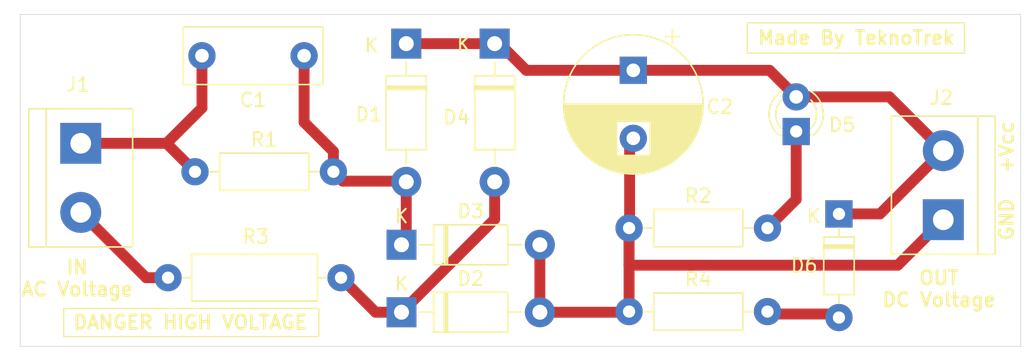
<source format=kicad_pcb>
(kicad_pcb (version 20240108) (generator "pcbnew") (generator_version "8.0")
  (layers (0 "F.Cu" signal) (31 "B.Cu" signal) (34 "B.Paste" user) (35 "F.Paste" user) (36 "B.SilkS" user "B.Silkscreen") (37 "F.SilkS" user "F.Silkscreen") (38 "B.Mask" user) (39 "F.Mask" user) (44 "Edge.Cuts" user))
  (net 0 "")
  (net 1 "Net-(D1-A)")
  (net 2 "Net-(D1-K)")
  (net 3 "Net-(D2-K)")
  (net 4 "Net-(D2-A)")
  (net 5 "Net-(D5-K)")
  (net 6 "Net-(J1-Pin_1)")
  (net 7 "Net-(D6-A)")
  (net 8 "Net-(J1-Pin_2)")
  (footprint "Resistor_THT:R_Axial_DIN0309_L9.0mm_D3.2mm_P12.70mm_Horizontal" (layer "F.Cu") (at 127.17 98.5 180)
    (property "Reference" "R3" (at 6.26 3.02 180) (layer "F.SilkS"))
    (property "Value" "100R")
    (fp_line (start 11.66 0) (end 10.97 0) (stroke (width 0.12)) (layer "F.SilkS"))
    (fp_line (start 10.97 1.72) (end 10.97 -1.72) (stroke (width 0.12)) (layer "F.SilkS"))
    (fp_line (start 10.97 -1.72) (end 1.73 -1.72) (stroke (width 0.12)) (layer "F.SilkS"))
    (fp_line (start 1.73 1.72) (end 10.97 1.72) (stroke (width 0.12)) (layer "F.SilkS"))
    (fp_line (start 1.73 -1.72) (end 1.73 1.72) (stroke (width 0.12)) (layer "F.SilkS"))
    (fp_line (start 1.04 0) (end 1.73 0) (stroke (width 0.12)) (layer "F.SilkS"))
    (pad "1" thru_hole circle (at 0 0 180) (size 2 2) (drill 0.9) (layers "*.Cu" "*.Mask") (net 3 "Net-(D2-K)"))
    (pad "2" thru_hole circle (at 12.7 0 180) (size 2 2) (drill 0.9) (layers "*.Cu" "*.Mask") (net 8 "Net-(J1-Pin_2)"))
  )
  (footprint "Diode_THT:D_DO-41_SOD81_P10.16mm_Horizontal" (layer "F.Cu") (at 131.61 101.04)
    (property "Reference" "D2" (at 5.08 -2.47 0) (layer "F.SilkS"))
    (property "Value" "1N4007")
    (fp_line (start 1.34 0) (end 2.36 0) (stroke (width 0.12)) (layer "F.SilkS"))
    (fp_line (start 2.36 -1.47) (end 2.36 1.47) (stroke (width 0.12)) (layer "F.SilkS"))
    (fp_line (start 2.36 1.47) (end 7.8 1.47) (stroke (width 0.12)) (layer "F.SilkS"))
    (fp_line (start 3.14 -1.47) (end 3.14 1.47) (stroke (width 0.12)) (layer "F.SilkS"))
    (fp_line (start 3.26 -1.47) (end 3.26 1.47) (stroke (width 0.12)) (layer "F.SilkS"))
    (fp_line (start 3.38 -1.47) (end 3.38 1.47) (stroke (width 0.12)) (layer "F.SilkS"))
    (fp_line (start 7.8 -1.47) (end 2.36 -1.47) (stroke (width 0.12)) (layer "F.SilkS"))
    (fp_line (start 7.8 1.47) (end 7.8 -1.47) (stroke (width 0.12)) (layer "F.SilkS"))
    (fp_line (start 8.82 0) (end 7.8 0) (stroke (width 0.12)) (layer "F.SilkS"))
    (fp_text user "K" (at 0 -2.1 0) (layer "F.SilkS"))
    (pad "1" thru_hole rect (at 0 0) (size 2.2 2.2) (drill 1.1) (layers "*.Cu" "*.Mask") (net 3 "Net-(D2-K)"))
    (pad "2" thru_hole oval (at 10.16 0) (size 2.2 2.2) (drill 1.1) (layers "*.Cu" "*.Mask") (net 4 "Net-(D2-A)"))
  )
  (footprint "TerminalBlock:TerminalBlock_bornier-2_P5.08mm" (layer "F.Cu") (at 108.06 88.62 -90)
    (property "Reference" "J1" (at -4.33 0.2 180) (layer "F.SilkS"))
    (property "Value" "AC Voltage")
    (fp_line (start -2.54 3.81) (end 7.62 3.81) (stroke (width 0.12)) (layer "F.SilkS"))
    (fp_line (start 7.62 3.81) (end 7.62 -3.81) (stroke (width 0.12)) (layer "F.SilkS"))
    (fp_line (start 7.62 2.54) (end -2.54 2.54) (stroke (width 0.12)) (layer "F.SilkS"))
    (fp_line (start -2.54 -3.81) (end -2.54 3.81) (stroke (width 0.12)) (layer "F.SilkS"))
    (fp_line (start 7.62 -3.81) (end -2.54 -3.81) (stroke (width 0.12)) (layer "F.SilkS"))
    (pad "1" thru_hole rect (at 0 0 270) (size 3 3) (drill 1.52) (layers "*.Cu" "*.Mask") (net 6 "Net-(J1-Pin_1)"))
    (pad "2" thru_hole circle (at 5.08 0 270) (size 3 3) (drill 1.52) (layers "*.Cu" "*.Mask") (net 8 "Net-(J1-Pin_2)"))
  )
  (footprint "LED_THT:LED_D3.0mm" (layer "F.Cu") (at 160.59 87.745 90)
    (property "Reference" "D5" (at 0.475 3.37 180) (layer "F.SilkS"))
    (property "Value" "LED")
    (fp_line (start -0.29 -1.236) (end -0.29 -1.08) (stroke (width 0.12)) (layer "F.SilkS"))
    (fp_line (start -0.29 1.08) (end -0.29 1.236) (stroke (width 0.12)) (layer "F.SilkS"))
    (fp_arc (start -0.29 -1.235516) (mid 1.366487 -1.987659) (end 2.942335 -1.078608) (stroke (width 0.12)) (layer "F.SilkS"))
    (fp_arc (start 0.229039 -1.08) (mid 1.270117 -1.5) (end 2.31113 -1.079837) (stroke (width 0.12)) (layer "F.SilkS"))
    (fp_arc (start 2.942335 1.078608) (mid 1.366487 1.987659) (end -0.29 1.235516) (stroke (width 0.12)) (layer "F.SilkS"))
    (fp_arc (start 2.31113 1.079837) (mid 1.270117 1.5) (end 0.229039 1.08) (stroke (width 0.12)) (layer "F.SilkS"))
    (pad "1" thru_hole rect (at 0 0 90) (size 2 2) (drill 0.9) (layers "*.Cu" "*.Mask") (net 5 "Net-(D5-K)"))
    (pad "2" thru_hole circle (at 2.54 0 90) (size 2 2) (drill 1) (layers "*.Cu" "*.Mask") (net 2 "Net-(D1-K)"))
  )
  (footprint "TerminalBlock:TerminalBlock_bornier-2_P5.08mm" (layer "F.Cu") (at 171.39 94.24 90)
    (property "Reference" "J2" (at 8.97 -0.14 180) (layer "F.SilkS"))
    (property "Value" "DC Voltage")
    (fp_line (start 7.62 -3.81) (end -2.54 -3.81) (stroke (width 0.12)) (layer "F.SilkS"))
    (fp_line (start -2.54 -3.81) (end -2.54 3.81) (stroke (width 0.12)) (layer "F.SilkS"))
    (fp_line (start 7.62 2.54) (end -2.54 2.54) (stroke (width 0.12)) (layer "F.SilkS"))
    (fp_line (start 7.62 3.81) (end 7.62 -3.81) (stroke (width 0.12)) (layer "F.SilkS"))
    (fp_line (start -2.54 3.81) (end 7.62 3.81) (stroke (width 0.12)) (layer "F.SilkS"))
    (pad "1" thru_hole rect (at 0 0 90) (size 3 3) (drill 1.52) (layers "*.Cu" "*.Mask") (net 4 "Net-(D2-A)"))
    (pad "2" thru_hole circle (at 5.08 0 90) (size 3 3) (drill 1.52) (layers "*.Cu" "*.Mask") (net 2 "Net-(D1-K)"))
  )
  (footprint "Resistor_THT:R_Axial_DIN0207_L6.3mm_D2.5mm_P10.16mm_Horizontal" (layer "F.Cu") (at 148.32 94.85)
    (property "Reference" "R2" (at 5.08 -2.37 0) (layer "F.SilkS"))
    (property "Value" "1K")
    (fp_line (start 1.04 0) (end 1.81 0) (stroke (width 0.12)) (layer "F.SilkS"))
    (fp_line (start 1.81 -1.37) (end 1.81 1.37) (stroke (width 0.12)) (layer "F.SilkS"))
    (fp_line (start 1.81 1.37) (end 8.35 1.37) (stroke (width 0.12)) (layer "F.SilkS"))
    (fp_line (start 8.35 -1.37) (end 1.81 -1.37) (stroke (width 0.12)) (layer "F.SilkS"))
    (fp_line (start 8.35 1.37) (end 8.35 -1.37) (stroke (width 0.12)) (layer "F.SilkS"))
    (fp_line (start 9.12 0) (end 8.35 0) (stroke (width 0.12)) (layer "F.SilkS"))
    (pad "1" thru_hole circle (at 0 0) (size 2 2) (drill 0.9) (layers "*.Cu" "*.Mask") (net 4 "Net-(D2-A)"))
    (pad "2" thru_hole circle (at 10.16 0) (size 2 2) (drill 0.9) (layers "*.Cu" "*.Mask") (net 5 "Net-(D5-K)"))
  )
  (footprint "Diode_THT:D_DO-41_SOD81_P10.16mm_Horizontal" (layer "F.Cu") (at 131.96 81.29 -90)
    (property "Reference" "D1" (at 5.21 2.75 180) (layer "F.SilkS"))
    (property "Value" "1N4007")
    (fp_line (start 2.36 1.47) (end 7.8 1.47) (stroke (width 0.12)) (layer "F.SilkS"))
    (fp_line (start 7.8 1.47) (end 7.8 -1.47) (stroke (width 0.12)) (layer "F.SilkS"))
    (fp_line (start 1.34 0) (end 2.36 0) (stroke (width 0.12)) (layer "F.SilkS"))
    (fp_line (start 8.82 0) (end 7.8 0) (stroke (width 0.12)) (layer "F.SilkS"))
    (fp_line (start 2.36 -1.47) (end 2.36 1.47) (stroke (width 0.12)) (layer "F.SilkS"))
    (fp_line (start 3.14 -1.47) (end 3.14 1.47) (stroke (width 0.12)) (layer "F.SilkS"))
    (fp_line (start 3.26 -1.47) (end 3.26 1.47) (stroke (width 0.12)) (layer "F.SilkS"))
    (fp_line (start 3.38 -1.47) (end 3.38 1.47) (stroke (width 0.12)) (layer "F.SilkS"))
    (fp_line (start 7.8 -1.47) (end 2.36 -1.47) (stroke (width 0.12)) (layer "F.SilkS"))
    (fp_text user "K" (at 0.12 2.55 180) (layer "F.SilkS"))
    (pad "1" thru_hole rect (at 0 0 270) (size 2.2 2.2) (drill 1.1) (layers "*.Cu" "*.Mask") (net 2 "Net-(D1-K)"))
    (pad "2" thru_hole oval (at 10.16 0 270) (size 2.2 2.2) (drill 1.1) (layers "*.Cu" "*.Mask") (net 1 "Net-(D1-A)"))
  )
  (footprint "Diode_THT:D_DO-41_SOD81_P10.16mm_Horizontal" (layer "F.Cu") (at 138.45 81.29 -90)
    (property "Reference" "D4" (at 5.42 2.8 180) (layer "F.SilkS"))
    (property "Value" "1N4007")
    (fp_line (start 2.36 1.47) (end 7.8 1.47) (stroke (width 0.12)) (layer "F.SilkS"))
    (fp_line (start 7.8 1.47) (end 7.8 -1.47) (stroke (width 0.12)) (layer "F.SilkS"))
    (fp_line (start 1.34 0) (end 2.36 0) (stroke (width 0.12)) (layer "F.SilkS"))
    (fp_line (start 8.82 0) (end 7.8 0) (stroke (width 0.12)) (layer "F.SilkS"))
    (fp_line (start 2.36 -1.47) (end 2.36 1.47) (stroke (width 0.12)) (layer "F.SilkS"))
    (fp_line (start 3.14 -1.47) (end 3.14 1.47) (stroke (width 0.12)) (layer "F.SilkS"))
    (fp_line (start 3.26 -1.47) (end 3.26 1.47) (stroke (width 0.12)) (layer "F.SilkS"))
    (fp_line (start 3.38 -1.47) (end 3.38 1.47) (stroke (width 0.12)) (layer "F.SilkS"))
    (fp_line (start 7.8 -1.47) (end 2.36 -1.47) (stroke (width 0.12)) (layer "F.SilkS"))
    (fp_text user "K" (at 0.05 2.27 180) (layer "F.SilkS"))
    (pad "1" thru_hole rect (at 0 0 270) (size 2.2 2.2) (drill 1.1) (layers "*.Cu" "*.Mask") (net 2 "Net-(D1-K)"))
    (pad "2" thru_hole oval (at 10.16 0 270) (size 2.2 2.2) (drill 1.1) (layers "*.Cu" "*.Mask") (net 3 "Net-(D2-K)"))
  )
  (footprint "Resistor_THT:R_Axial_DIN0207_L6.3mm_D2.5mm_P10.16mm_Horizontal" (layer "F.Cu") (at 116.45 90.71)
    (property "Reference" "R1" (at 5.08 -2.37 0) (layer "F.SilkS"))
    (property "Value" "1M")
    (fp_line (start 1.04 0) (end 1.81 0) (stroke (width 0.12)) (layer "F.SilkS"))
    (fp_line (start 1.81 -1.37) (end 1.81 1.37) (stroke (width 0.12)) (layer "F.SilkS"))
    (fp_line (start 1.81 1.37) (end 8.35 1.37) (stroke (width 0.12)) (layer "F.SilkS"))
    (fp_line (start 8.35 -1.37) (end 1.81 -1.37) (stroke (width 0.12)) (layer "F.SilkS"))
    (fp_line (start 8.35 1.37) (end 8.35 -1.37) (stroke (width 0.12)) (layer "F.SilkS"))
    (fp_line (start 9.12 0) (end 8.35 0) (stroke (width 0.12)) (layer "F.SilkS"))
    (pad "1" thru_hole circle (at 0 0) (size 2 2) (drill 0.9) (layers "*.Cu" "*.Mask") (net 6 "Net-(J1-Pin_1)"))
    (pad "2" thru_hole circle (at 10.16 0) (size 2 2) (drill 0.9) (layers "*.Cu" "*.Mask") (net 1 "Net-(D1-A)"))
  )
  (footprint "Resistor_THT:R_Axial_DIN0207_L6.3mm_D2.5mm_P10.16mm_Horizontal" (layer "F.Cu") (at 148.32 100.99)
    (property "Reference" "R4" (at 5.08 -2.37 0) (layer "F.SilkS"))
    (property "Value" "100R")
    (fp_line (start 1.04 0) (end 1.81 0) (stroke (width 0.12)) (layer "F.SilkS"))
    (fp_line (start 1.81 -1.37) (end 1.81 1.37) (stroke (width 0.12)) (layer "F.SilkS"))
    (fp_line (start 1.81 1.37) (end 8.35 1.37) (stroke (width 0.12)) (layer "F.SilkS"))
    (fp_line (start 8.35 -1.37) (end 1.81 -1.37) (stroke (width 0.12)) (layer "F.SilkS"))
    (fp_line (start 8.35 1.37) (end 8.35 -1.37) (stroke (width 0.12)) (layer "F.SilkS"))
    (fp_line (start 9.12 0) (end 8.35 0) (stroke (width 0.12)) (layer "F.SilkS"))
    (pad "1" thru_hole circle (at 0 0) (size 2 2) (drill 0.9) (layers "*.Cu" "*.Mask") (net 4 "Net-(D2-A)"))
    (pad "2" thru_hole circle (at 10.16 0) (size 2 2) (drill 0.9) (layers "*.Cu" "*.Mask") (net 7 "Net-(D6-A)"))
  )
  (footprint "Capacitor_THT:CP_Radial_D10.0mm_P5.00mm" (layer "F.Cu") (at 148.63 83.252323 -90)
    (property "Reference" "C2" (at 2.667677 -6.35 180) (layer "F.SilkS"))
    (property "Value" "220uF")
    (fp_line (start 3.781 1.241) (end 3.781 4.918) (stroke (width 0.12)) (layer "F.SilkS"))
    (fp_line (start 3.821 1.241) (end 3.821 4.907) (stroke (width 0.12)) (layer "F.SilkS"))
    (fp_line (start 3.861 1.241) (end 3.861 4.897) (stroke (width 0.12)) (layer "F.SilkS"))
    (fp_line (start 3.901 1.241) (end 3.901 4.885) (stroke (width 0.12)) (layer "F.SilkS"))
    (fp_line (start 3.941 1.241) (end 3.941 4.874) (stroke (width 0.12)) (layer "F.SilkS"))
    (fp_line (start 3.981 1.241) (end 3.981 4.862) (stroke (width 0.12)) (layer "F.SilkS"))
    (fp_line (start 4.021 1.241) (end 4.021 4.85) (stroke (width 0.12)) (layer "F.SilkS"))
    (fp_line (start 4.061 1.241) (end 4.061 4.837) (stroke (width 0.12)) (layer "F.SilkS"))
    (fp_line (start 4.101 1.241) (end 4.101 4.824) (stroke (width 0.12)) (layer "F.SilkS"))
    (fp_line (start 4.141 1.241) (end 4.141 4.811) (stroke (width 0.12)) (layer "F.SilkS"))
    (fp_line (start 4.181 1.241) (end 4.181 4.797) (stroke (width 0.12)) (layer "F.SilkS"))
    (fp_line (start 4.221 1.241) (end 4.221 4.783) (stroke (width 0.12)) (layer "F.SilkS"))
    (fp_line (start 4.261 1.241) (end 4.261 4.768) (stroke (width 0.12)) (layer "F.SilkS"))
    (fp_line (start 4.301 1.241) (end 4.301 4.754) (stroke (width 0.12)) (layer "F.SilkS"))
    (fp_line (start 4.341 1.241) (end 4.341 4.738) (stroke (width 0.12)) (layer "F.SilkS"))
    (fp_line (start 4.381 1.241) (end 4.381 4.723) (stroke (width 0.12)) (layer "F.SilkS"))
    (fp_line (start 4.421 1.241) (end 4.421 4.707) (stroke (width 0.12)) (layer "F.SilkS"))
    (fp_line (start 4.461 1.241) (end 4.461 4.69) (stroke (width 0.12)) (layer "F.SilkS"))
    (fp_line (start 4.501 1.241) (end 4.501 4.674) (stroke (width 0.12)) (layer "F.SilkS"))
    (fp_line (start 4.541 1.241) (end 4.541 4.657) (stroke (width 0.12)) (layer "F.SilkS"))
    (fp_line (start 4.581 1.241) (end 4.581 4.639) (stroke (width 0.12)) (layer "F.SilkS"))
    (fp_line (start 4.621 1.241) (end 4.621 4.621) (stroke (width 0.12)) (layer "F.SilkS"))
    (fp_line (start 4.661 1.241) (end 4.661 4.603) (stroke (width 0.12)) (layer "F.SilkS"))
    (fp_line (start 4.701 1.241) (end 4.701 4.584) (stroke (width 0.12)) (layer "F.SilkS"))
    (fp_line (start 4.741 1.241) (end 4.741 4.564) (stroke (width 0.12)) (layer "F.SilkS"))
    (fp_line (start 4.781 1.241) (end 4.781 4.545) (stroke (width 0.12)) (layer "F.SilkS"))
    (fp_line (start 4.821 1.241) (end 4.821 4.525) (stroke (width 0.12)) (layer "F.SilkS"))
    (fp_line (start 4.861 1.241) (end 4.861 4.504) (stroke (width 0.12)) (layer "F.SilkS"))
    (fp_line (start 4.901 1.241) (end 4.901 4.483) (stroke (width 0.12)) (layer "F.SilkS"))
    (fp_line (start 4.941 1.241) (end 4.941 4.462) (stroke (width 0.12)) (layer "F.SilkS"))
    (fp_line (start 4.981 1.241) (end 4.981 4.44) (stroke (width 0.12)) (layer "F.SilkS"))
    (fp_line (start 5.021 1.241) (end 5.021 4.417) (stroke (width 0.12)) (layer "F.SilkS"))
    (fp_line (start 5.061 1.241) (end 5.061 4.395) (stroke (width 0.12)) (layer "F.SilkS"))
    (fp_line (start 5.101 1.241) (end 5.101 4.371) (stroke (width 0.12)) (layer "F.SilkS"))
    (fp_line (start 5.141 1.241) (end 5.141 4.347) (stroke (width 0.12)) (layer "F.SilkS"))
    (fp_line (start 5.181 1.241) (end 5.181 4.323) (stroke (width 0.12)) (layer "F.SilkS"))
    (fp_line (start 5.221 1.241) (end 5.221 4.298) (stroke (width 0.12)) (layer "F.SilkS"))
    (fp_line (start 5.261 1.241) (end 5.261 4.273) (stroke (width 0.12)) (layer "F.SilkS"))
    (fp_line (start 5.301 1.241) (end 5.301 4.247) (stroke (width 0.12)) (layer "F.SilkS"))
    (fp_line (start 5.341 1.241) (end 5.341 4.221) (stroke (width 0.12)) (layer "F.SilkS"))
    (fp_line (start 5.381 1.241) (end 5.381 4.194) (stroke (width 0.12)) (layer "F.SilkS"))
    (fp_line (start 5.421 1.241) (end 5.421 4.166) (stroke (width 0.12)) (layer "F.SilkS"))
    (fp_line (start 5.461 1.241) (end 5.461 4.138) (stroke (width 0.12)) (layer "F.SilkS"))
    (fp_line (start 5.501 1.241) (end 5.501 4.11) (stroke (width 0.12)) (layer "F.SilkS"))
    (fp_line (start 5.541 1.241) (end 5.541 4.08) (stroke (width 0.12)) (layer "F.SilkS"))
    (fp_line (start 5.581 1.241) (end 5.581 4.05) (stroke (width 0.12)) (layer "F.SilkS"))
    (fp_line (start 5.621 1.241) (end 5.621 4.02) (stroke (width 0.12)) (layer "F.SilkS"))
    (fp_line (start 5.661 1.241) (end 5.661 3.989) (stroke (width 0.12)) (layer "F.SilkS"))
    (fp_line (start 5.701 1.241) (end 5.701 3.957) (stroke (width 0.12)) (layer "F.SilkS"))
    (fp_line (start 5.741 1.241) (end 5.741 3.925) (stroke (width 0.12)) (layer "F.SilkS"))
    (fp_line (start 5.781 1.241) (end 5.781 3.892) (stroke (width 0.12)) (layer "F.SilkS"))
    (fp_line (start 5.821 1.241) (end 5.821 3.858) (stroke (width 0.12)) (layer "F.SilkS"))
    (fp_line (start 5.861 1.241) (end 5.861 3.824) (stroke (width 0.12)) (layer "F.SilkS"))
    (fp_line (start 5.901 1.241) (end 5.901 3.789) (stroke (width 0.12)) (layer "F.SilkS"))
    (fp_line (start 5.941 1.241) (end 5.941 3.753) (stroke (width 0.12)) (layer "F.SilkS"))
    (fp_line (start 5.981 1.241) (end 5.981 3.716) (stroke (width 0.12)) (layer "F.SilkS"))
    (fp_line (start 6.021 1.241) (end 6.021 3.679) (stroke (width 0.12)) (layer "F.SilkS"))
    (fp_line (start 6.061 1.241) (end 6.061 3.64) (stroke (width 0.12)) (layer "F.SilkS"))
    (fp_line (start 6.101 1.241) (end 6.101 3.601) (stroke (width 0.12)) (layer "F.SilkS"))
    (fp_line (start 6.141 1.241) (end 6.141 3.561) (stroke (width 0.12)) (layer "F.SilkS"))
    (fp_line (start 6.181 1.241) (end 6.181 3.52) (stroke (width 0.12)) (layer "F.SilkS"))
    (fp_line (start 6.221 1.241) (end 6.221 3.478) (stroke (width 0.12)) (layer "F.SilkS"))
    (fp_line (start 7.581 -0.599) (end 7.581 0.599) (stroke (width 0.12)) (layer "F.SilkS"))
    (fp_line (start 7.541 -0.862) (end 7.541 0.862) (stroke (width 0.12)) (layer "F.SilkS"))
    (fp_line (start 7.501 -1.062) (end 7.501 1.062) (stroke (width 0.12)) (layer "F.SilkS"))
    (fp_line (start 7.461 -1.23) (end 7.461 1.23) (stroke (width 0.12)) (layer "F.SilkS"))
    (fp_line (start 7.421 -1.378) (end 7.421 1.378) (stroke (width 0.12)) (layer "F.SilkS"))
    (fp_line (start 7.381 -1.51) (end 7.381 1.51) (stroke (width 0.12)) (layer "F.SilkS"))
    (fp_line (start 7.341 -1.63) (end 7.341 1.63) (stroke (width 0.12)) (layer "F.SilkS"))
    (fp_line (start 7.301 -1.742) (end 7.301 1.742) (stroke (width 0.12)) (layer "F.SilkS"))
    (fp_line (start 7.261 -1.846) (end 7.261 1.846) (stroke (width 0.12)) (layer "F.SilkS"))
    (fp_line (start 7.221 -1.944) (end 7.221 1.944) (stroke (width 0.12)) (layer "F.SilkS"))
    (fp_line (start 7.181 -2.037) (end 7.181 2.037) (stroke (width 0.12)) (layer "F.SilkS"))
    (fp_line (start 7.141 -2.125) (end 7.141 2.125) (stroke (width 0.12)) (layer "F.SilkS"))
    (fp_line (start 7.101 -2.209) (end 7.101 2.209) (stroke (width 0.12)) (layer "F.SilkS"))
    (fp_line (start 7.061 -2.289) (end 7.061 2.289) (stroke (width 0.12)) (layer "F.SilkS"))
    (fp_line (start 7.021 -2.365) (end 7.021 2.365) (stroke (width 0.12)) (layer "F.SilkS"))
    (fp_line (start 6.981 -2.439) (end 6.981 2.439) (stroke (width 0.12)) (layer "F.SilkS"))
    (fp_line (start 6.941 -2.51) (end 6.941 2.51) (stroke (width 0.12)) (layer "F.SilkS"))
    (fp_line (start 6.901 -2.579) (end 6.901 2.579) (stroke (width 0.12)) (layer "F.SilkS"))
    (fp_line (start 6.861 -2.645) (end 6.861 2.645) (stroke (width 0.12)) (layer "F.SilkS"))
    (fp_line (start 6.821 -2.709) (end 6.821 2.709) (stroke (width 0.12)) (layer "F.SilkS"))
    (fp_line (start 6.781 -2.77) (end 6.781 2.77) (stroke (width 0.12)) (layer "F.SilkS"))
    (fp_line (start 6.741 -2.83) (end 6.741 2.83) (stroke (width 0.12)) (layer "F.SilkS"))
    (fp_line (start -2.979646 -2.875) (end -1.979646 -2.875) (stroke (width 0.12)) (layer "F.SilkS"))
    (fp_line (start 6.701 -2.889) (end 6.701 2.889) (stroke (width 0.12)) (layer "F.SilkS"))
    (fp_line (start 6.661 -2.945) (end 6.661 2.945) (stroke (width 0.12)) (layer "F.SilkS"))
    (fp_line (start 6.621 -3) (end 6.621 3) (stroke (width 0.12)) (layer "F.SilkS"))
    (fp_line (start 6.581 -3.054) (end 6.581 3.054) (stroke (width 0.12)) (layer "F.SilkS"))
    (fp_line (start 6.541 -3.106) (end 6.541 3.106) (stroke (width 0.12)) (layer "F.SilkS"))
    (fp_line (start 6.501 -3.156) (end 6.501 3.156) (stroke (width 0.12)) (layer "F.SilkS"))
    (fp_line (start 6.461 -3.206) (end 6.461 3.206) (stroke (width 0.12)) (layer "F.SilkS"))
    (fp_line (start 6.421 -3.254) (end 6.421 3.254) (stroke (width 0.12)) (layer "F.SilkS"))
    (fp_line (start 6.381 -3.301) (end 6.381 3.301) (stroke (width 0.12)) (layer "F.SilkS"))
    (fp_line (start 6.341 -3.347) (end 6.341 3.347) (stroke (width 0.12)) (layer "F.SilkS"))
    (fp_line (start -2.479646 -3.375) (end -2.479646 -2.375) (stroke (width 0.12)) (layer "F.SilkS"))
    (fp_line (start 6.301 -3.392) (end 6.301 3.392) (stroke (width 0.12)) (layer "F.SilkS"))
    (fp_line (start 6.261 -3.436) (end 6.261 3.436) (stroke (width 0.12)) (layer "F.SilkS"))
    (fp_line (start 6.221 -3.478) (end 6.221 -1.241) (stroke (width 0.12)) (layer "F.SilkS"))
    (fp_line (start 6.181 -3.52) (end 6.181 -1.241) (stroke (width 0.12)) (layer "F.SilkS"))
    (fp_line (start 6.141 -3.561) (end 6.141 -1.241) (stroke (width 0.12)) (layer "F.SilkS"))
    (fp_line (start 6.101 -3.601) (end 6.101 -1.241) (stroke (width 0.12)) (layer "F.SilkS"))
    (fp_line (start 6.061 -3.64) (end 6.061 -1.241) (stroke (width 0.12)) (layer "F.SilkS"))
    (fp_line (start 6.021 -3.679) (end 6.021 -1.241) (stroke (width 0.12)) (layer "F.SilkS"))
    (fp_line (start 5.981 -3.716) (end 5.981 -1.241) (stroke (width 0.12)) (layer "F.SilkS"))
    (fp_line (start 5.941 -3.753) (end 5.941 -1.241) (stroke (width 0.12)) (layer "F.SilkS"))
    (fp_line (start 5.901 -3.789) (end 5.901 -1.241) (stroke (width 0.12)) (layer "F.SilkS"))
    (fp_line (start 5.861 -3.824) (end 5.861 -1.241) (stroke (width 0.12)) (layer "F.SilkS"))
    (fp_line (start 5.821 -3.858) (end 5.821 -1.241) (stroke (width 0.12)) (layer "F.SilkS"))
    (fp_line (start 5.781 -3.892) (end 5.781 -1.241) (stroke (width 0.12)) (layer "F.SilkS"))
    (fp_line (start 5.741 -3.925) (end 5.741 -1.241) (stroke (width 0.12)) (layer "F.SilkS"))
    (fp_line (start 5.701 -3.957) (end 5.701 -1.241) (stroke (width 0.12)) (layer "F.SilkS"))
    (fp_line (start 5.661 -3.989) (end 5.661 -1.241) (stroke (width 0.12)) (layer "F.SilkS"))
    (fp_line (start 5.621 -4.02) (end 5.621 -1.241) (stroke (width 0.12)) (layer "F.SilkS"))
    (fp_line (start 5.581 -4.05) (end 5.581 -1.241) (stroke (width 0.12)) (layer "F.SilkS"))
    (fp_line (start 5.541 -4.08) (end 5.541 -1.241) (stroke (width 0.12)) (layer "F.SilkS"))
    (fp_line (start 5.501 -4.11) (end 5.501 -1.241) (stroke (width 0.12)) (layer "F.SilkS"))
    (fp_line (start 5.461 -4.138) (end 5.461 -1.241) (stroke (width 0.12)) (layer "F.SilkS"))
    (fp_line (start 5.421 -4.166) (end 5.421 -1.241) (stroke (width 0.12)) (layer "F.SilkS"))
    (fp_line (start 5.381 -4.194) (end 5.381 -1.241) (stroke (width 0.12)) (layer "F.SilkS"))
    (fp_line (start 5.341 -4.221) (end 5.341 -1.241) (stroke (width 0.12)) (layer "F.SilkS"))
    (fp_line (start 5.301 -4.247) (end 5.301 -1.241) (stroke (width 0.12)) (layer "F.SilkS"))
    (fp_line (start 5.261 -4.273) (end 5.261 -1.241) (stroke (width 0.12)) (layer "F.SilkS"))
    (fp_line (start 5.221 -4.298) (end 5.221 -1.241) (stroke (width 0.12)) (layer "F.SilkS"))
    (fp_line (start 5.181 -4.323) (end 5.181 -1.241) (stroke (width 0.12)) (layer "F.SilkS"))
    (fp_line (start 5.141 -4.347) (end 5.141 -1.241) (stroke (width 0.12)) (layer "F.SilkS"))
    (fp_line (start 5.101 -4.371) (end 5.101 -1.241) (stroke (width 0.12)) (layer "F.SilkS"))
    (fp_line (start 5.061 -4.395) (end 5.061 -1.241) (stroke (width 0.12)) (layer "F.SilkS"))
    (fp_line (start 5.021 -4.417) (end 5.021 -1.241) (stroke (width 0.12)) (layer "F.SilkS"))
    (fp_line (start 4.981 -4.44) (end 4.981 -1.241) (stroke (width 0.12)) (layer "F.SilkS"))
    (fp_line (start 4.941 -4.462) (end 4.941 -1.241) (stroke (width 0.12)) (layer "F.SilkS"))
    (fp_line (start 4.901 -4.483) (end 4.901 -1.241) (stroke (width 0.12)) (layer "F.SilkS"))
    (fp_line (start 4.861 -4.504) (end 4.861 -1.241) (stroke (width 0.12)) (layer "F.SilkS"))
    (fp_line (start 4.821 -4.525) (end 4.821 -1.241) (stroke (width 0.12)) (layer "F.SilkS"))
    (fp_line (start 4.781 -4.545) (end 4.781 -1.241) (stroke (width 0.12)) (layer "F.SilkS"))
    (fp_line (start 4.741 -4.564) (end 4.741 -1.241) (stroke (width 0.12)) (layer "F.SilkS"))
    (fp_line (start 4.701 -4.584) (end 4.701 -1.241) (stroke (width 0.12)) (layer "F.SilkS"))
    (fp_line (start 4.661 -4.603) (end 4.661 -1.241) (stroke (width 0.12)) (layer "F.SilkS"))
    (fp_line (start 4.621 -4.621) (end 4.621 -1.241) (stroke (width 0.12)) (layer "F.SilkS"))
    (fp_line (start 4.581 -4.639) (end 4.581 -1.241) (stroke (width 0.12)) (layer "F.SilkS"))
    (fp_line (start 4.541 -4.657) (end 4.541 -1.241) (stroke (width 0.12)) (layer "F.SilkS"))
    (fp_line (start 4.501 -4.674) (end 4.501 -1.241) (stroke (width 0.12)) (layer "F.SilkS"))
    (fp_line (start 4.461 -4.69) (end 4.461 -1.241) (stroke (width 0.12)) (layer "F.SilkS"))
    (fp_line (start 4.421 -4.707) (end 4.421 -1.241) (stroke (width 0.12)) (layer "F.SilkS"))
    (fp_line (start 4.381 -4.723) (end 4.381 -1.241) (stroke (width 0.12)) (layer "F.SilkS"))
    (fp_line (start 4.341 -4.738) (end 4.341 -1.241) (stroke (width 0.12)) (layer "F.SilkS"))
    (fp_line (start 4.301 -4.754) (end 4.301 -1.241) (stroke (width 0.12)) (layer "F.SilkS"))
    (fp_line (start 4.261 -4.768) (end 4.261 -1.241) (stroke (width 0.12)) (layer "F.SilkS"))
    (fp_line (start 4.221 -4.783) (end 4.221 -1.241) (stroke (width 0.12)) (layer "F.SilkS"))
    (fp_line (start 4.181 -4.797) (end 4.181 -1.241) (stroke (width 0.12)) (layer "F.SilkS"))
    (fp_line (start 4.141 -4.811) (end 4.141 -1.241) (stroke (width 0.12)) (layer "F.SilkS"))
    (fp_line (start 4.101 -4.824) (end 4.101 -1.241) (stroke (width 0.12)) (layer "F.SilkS"))
    (fp_line (start 4.061 -4.837) (end 4.061 -1.241) (stroke (width 0.12)) (layer "F.SilkS"))
    (fp_line (start 4.021 -4.85) (end 4.021 -1.241) (stroke (width 0.12)) (layer "F.SilkS"))
    (fp_line (start 3.981 -4.862) (end 3.981 -1.241) (stroke (width 0.12)) (layer "F.SilkS"))
    (fp_line (start 3.941 -4.874) (end 3.941 -1.241) (stroke (width 0.12)) (layer "F.SilkS"))
    (fp_line (start 3.901 -4.885) (end 3.901 -1.241) (stroke (width 0.12)) (layer "F.SilkS"))
    (fp_line (start 3.861 -4.897) (end 3.861 -1.241) (stroke (width 0.12)) (layer "F.SilkS"))
    (fp_line (start 3.821 -4.907) (end 3.821 -1.241) (stroke (width 0.12)) (layer "F.SilkS"))
    (fp_line (start 3.781 -4.918) (end 3.781 -1.241) (stroke (width 0.12)) (layer "F.SilkS"))
    (fp_line (start 3.741 -4.928) (end 3.741 4.928) (stroke (width 0.12)) (layer "F.SilkS"))
    (fp_line (start 3.701 -4.938) (end 3.701 4.938) (stroke (width 0.12)) (layer "F.SilkS"))
    (fp_line (start 3.661 -4.947) (end 3.661 4.947) (stroke (width 0.12)) (layer "F.SilkS"))
    (fp_line (start 3.621 -4.956) (end 3.621 4.956) (stroke (width 0.12)) (layer "F.SilkS"))
    (fp_line (start 3.581 -4.965) (end 3.581 4.965) (stroke (width 0.12)) (layer "F.SilkS"))
    (fp_line (start 3.541 -4.974) (end 3.541 4.974) (stroke (width 0.12)) (layer "F.SilkS"))
    (fp_line (start 3.501 -4.982) (end 3.501 4.982) (stroke (width 0.12)) (layer "F.SilkS"))
    (fp_line (start 3.461 -4.99) (end 3.461 4.99) (stroke (width 0.12)) (layer "F.SilkS"))
    (fp_line (start 3.421 -4.997) (end 3.421 4.997) (stroke (width 0.12)) (layer "F.SilkS"))
    (fp_line (start 3.381 -5.004) (end 3.381 5.004) (stroke (width 0.12)) (layer "F.SilkS"))
    (fp_line (start 3.341 -5.011) (end 3.341 5.011) (stroke (width 0.12)) (layer "F.SilkS"))
    (fp_line (start 3.301 -5.018) (end 3.301 5.018) (stroke (width 0.12)) (layer "F.SilkS"))
    (fp_line (start 3.261 -5.024) (end 3.261 5.024) (stroke (width 0.12)) (layer "F.SilkS"))
    (fp_line (start 3.221 -5.03) (end 3.221 5.03) (stroke (width 0.12)) (layer "F.SilkS"))
    (fp_line (start 3.18 -5.035) (end 3.18 5.035) (stroke (width 0.12)) (layer "F.SilkS"))
    (fp_line (start 3.14 -5.04) (end 3.14 5.04) (stroke (width 0.12)) (layer "F.SilkS"))
    (fp_line (start 3.1 -5.045) (end 3.1 5.045) (stroke (width 0.12)) (layer "F.SilkS"))
    (fp_line (start 3.06 -5.05) (end 3.06 5.05) (stroke (width 0.12)) (layer "F.SilkS"))
    (fp_line (start 3.02 -5.054) (end 3.02 5.054) (stroke (width 0.12)) (layer "F.SilkS"))
    (fp_line (start 2.98 -5.058) (end 2.98 5.058) (stroke (width 0.12)) (layer "F.SilkS"))
    (fp_line (start 2.94 -5.062) (end 2.94 5.062) (stroke (width 0.12)) (layer "F.SilkS"))
    (fp_line (start 2.9 -5.065) (end 2.9 5.065) (stroke (width 0.12)) (layer "F.SilkS"))
    (fp_line (start 2.86 -5.068) (end 2.86 5.068) (stroke (width 0.12)) (layer "F.SilkS"))
    (fp_line (start 2.82 -5.07) (end 2.82 5.07) (stroke (width 0.12)) (layer "F.SilkS"))
    (fp_line (start 2.78 -5.073) (end 2.78 5.073) (stroke (width 0.12)) (layer "F.SilkS"))
    (fp_line (start 2.74 -5.075) (end 2.74 5.075) (stroke (width 0.12)) (layer "F.SilkS"))
    (fp_line (start 2.7 -5.077) (end 2.7 5.077) (stroke (width 0.12)) (layer "F.SilkS"))
    (fp_line (start 2.66 -5.078) (end 2.66 5.078) (stroke (width 0.12)) (layer "F.SilkS"))
    (fp_line (start 2.62 -5.079) (end 2.62 5.079) (stroke (width 0.12)) (layer "F.SilkS"))
    (fp_line (start 2.5 -5.08) (end 2.5 5.08) (stroke (width 0.12)) (layer "F.SilkS"))
    (fp_line (start 2.54 -5.08) (end 2.54 5.08) (stroke (width 0.12)) (layer "F.SilkS"))
    (fp_line (start 2.58 -5.08) (end 2.58 5.08) (stroke (width 0.12)) (layer "F.SilkS"))
    (fp_circle (center 2.5 0) (end 7.62 0) (stroke (width 0.12)) (fill none) (layer "F.SilkS"))
    (pad "1" thru_hole rect (at 0 0 270) (size 2 2) (drill 1) (layers "*.Cu" "*.Mask") (net 2 "Net-(D1-K)"))
    (pad "2" thru_hole circle (at 5 0 270) (size 2 2) (drill 1) (layers "*.Cu" "*.Mask") (net 4 "Net-(D2-A)"))
  )
  (footprint "Capacitor_THT:C_Rect_L10.0mm_W4.0mm_P7.50mm_FKS3_FKP3" (layer "F.Cu") (at 124.46 82.18 180)
    (property "Reference" "C1" (at 3.75 -3.25 180) (layer "F.SilkS"))
    (property "Value" "680nF/400V")
    (fp_line (start 8.87 -2.12) (end 8.87 2.12) (stroke (width 0.12)) (layer "F.SilkS"))
    (fp_line (start -1.37 2.12) (end 8.87 2.12) (stroke (width 0.12)) (layer "F.SilkS"))
    (fp_line (start -1.37 -2.12) (end 8.87 -2.12) (stroke (width 0.12)) (layer "F.SilkS"))
    (fp_line (start -1.37 -2.12) (end -1.37 2.12) (stroke (width 0.12)) (layer "F.SilkS"))
    (pad "1" thru_hole circle (at 0 0 180) (size 2 2) (drill 1) (layers "*.Cu" "*.Mask") (net 1 "Net-(D1-A)"))
    (pad "2" thru_hole circle (at 7.5 0 180) (size 2 2) (drill 1) (layers "*.Cu" "*.Mask") (net 6 "Net-(J1-Pin_1)"))
  )
  (footprint "Diode_THT:D_DO-41_SOD81_P10.16mm_Horizontal" (layer "F.Cu") (at 131.61 96.08)
    (property "Reference" "D3" (at 5.08 -2.47 0) (layer "F.SilkS"))
    (property "Value" "1N4007")
    (fp_line (start 1.34 0) (end 2.36 0) (stroke (width 0.12)) (layer "F.SilkS"))
    (fp_line (start 2.36 -1.47) (end 2.36 1.47) (stroke (width 0.12)) (layer "F.SilkS"))
    (fp_line (start 2.36 1.47) (end 7.8 1.47) (stroke (width 0.12)) (layer "F.SilkS"))
    (fp_line (start 3.14 -1.47) (end 3.14 1.47) (stroke (width 0.12)) (layer "F.SilkS"))
    (fp_line (start 3.26 -1.47) (end 3.26 1.47) (stroke (width 0.12)) (layer "F.SilkS"))
    (fp_line (start 3.38 -1.47) (end 3.38 1.47) (stroke (width 0.12)) (layer "F.SilkS"))
    (fp_line (start 7.8 -1.47) (end 2.36 -1.47) (stroke (width 0.12)) (layer "F.SilkS"))
    (fp_line (start 7.8 1.47) (end 7.8 -1.47) (stroke (width 0.12)) (layer "F.SilkS"))
    (fp_line (start 8.82 0) (end 7.8 0) (stroke (width 0.12)) (layer "F.SilkS"))
    (fp_text user "K" (at 0 -2.1 0) (layer "F.SilkS"))
    (pad "1" thru_hole rect (at 0 0) (size 2.2 2.2) (drill 1.1) (layers "*.Cu" "*.Mask") (net 1 "Net-(D1-A)"))
    (pad "2" thru_hole oval (at 10.16 0) (size 2.2 2.2) (drill 1.1) (layers "*.Cu" "*.Mask") (net 4 "Net-(D2-A)"))
  )
  (footprint "Diode_THT:D_DO-35_SOD27_P7.62mm_Horizontal" (layer "F.Cu") (at 163.73 93.81 -90)
    (property "Reference" "D6" (at 3.8 2.55 180) (layer "F.SilkS"))
    (property "Value" "Zener")
    (fp_line (start 1.69 1.12) (end 5.93 1.12) (stroke (width 0.12)) (layer "F.SilkS"))
    (fp_line (start 5.93 1.12) (end 5.93 -1.12) (stroke (width 0.12)) (layer "F.SilkS"))
    (fp_line (start 1.04 0) (end 1.69 0) (stroke (width 0.12)) (layer "F.SilkS"))
    (fp_line (start 6.58 0) (end 5.93 0) (stroke (width 0.12)) (layer "F.SilkS"))
    (fp_line (start 1.69 -1.12) (end 1.69 1.12) (stroke (width 0.12)) (layer "F.SilkS"))
    (fp_line (start 2.29 -1.12) (end 2.29 1.12) (stroke (width 0.12)) (layer "F.SilkS"))
    (fp_line (start 2.41 -1.12) (end 2.41 1.12) (stroke (width 0.12)) (layer "F.SilkS"))
    (fp_line (start 2.53 -1.12) (end 2.53 1.12) (stroke (width 0.12)) (layer "F.SilkS"))
    (fp_line (start 5.93 -1.12) (end 1.69 -1.12) (stroke (width 0.12)) (layer "F.SilkS"))
    (fp_text user "K" (at 0.16 1.84 180) (layer "F.SilkS"))
    (pad "1" thru_hole rect (at 0 0 270) (size 2 2) (drill 0.9) (layers "*.Cu" "*.Mask") (net 2 "Net-(D1-K)"))
    (pad "2" thru_hole circle (at 7.62 0 270) (size 2 2) (drill 0.9) (layers "*.Cu" "*.Mask") (net 7 "Net-(D6-A)"))
  )
  (gr_rect (start 156.995 79.76) (end 172.945 81.99) (stroke (width 0.1)) (fill none) (layer "F.SilkS"))
  (gr_rect (start 106.81 100.76) (end 125.54 102.83) (stroke (width 0.1)) (fill none) (layer "F.SilkS"))
  (gr_rect (start 103.62 79.14) (end 177.07 103.55) (stroke (width 0.05)) (fill none) (layer "Edge.Cuts"))
  (gr_text "DANGER HIGH VOLTAGE" (at 116.11 102.37 0) (layer "F.SilkS") (effects (font (size 1 1) (thickness 0.2) (bold yes)) (justify bottom)))
  (gr_text "+Vcc" (at 176.62 88.92 90) (layer "F.SilkS") (effects (font (size 1 1) (thickness 0.2) (bold yes)) (justify bottom)))
  (gr_text "IN\nAC Voltage" (at 107.8 99.93 0) (layer "F.SilkS") (effects (font (size 1 1) (thickness 0.2) (bold yes)) (justify bottom)))
  (gr_text "Made By TeknoTrek" (at 164.99 81.45 0) (layer "F.SilkS") (effects (font (size 1 1) (thickness 0.2) (bold yes)) (justify bottom)))
  (gr_text "GND" (at 176.62 94.22 90) (layer "F.SilkS") (effects (font (size 1 1) (thickness 0.2) (bold yes)) (justify bottom)))
  (gr_text "OUT\nDC Voltage" (at 171.07 100.71 0) (layer "F.SilkS") (effects (font (size 1 1) (thickness 0.2) (bold yes)) (justify bottom)))
  (segment (start 131.91 91.4) (end 131.96 91.45) (width 0.8) (layer "F.Cu") (net 1))
  (segment (start 126.61 89.22) (end 126.61 90.71) (width 0.8) (layer "F.Cu") (net 1))
  (segment (start 126.61 90.71) (end 127.3 91.4) (width 0.8) (layer "F.Cu") (net 1))
  (segment (start 124.46 87.07) (end 126.61 89.22) (width 0.8) (layer "F.Cu") (net 1))
  (segment (start 131.96 95.73) (end 131.61 96.08) (width 0.8) (layer "F.Cu") (net 1))
  (segment (start 127.3 91.4) (end 131.91 91.4) (width 0.8) (layer "F.Cu") (net 1))
  (segment (start 131.96 91.45) (end 131.96 95.73) (width 0.8) (layer "F.Cu") (net 1))
  (segment (start 124.46 82.18) (end 124.46 87.07) (width 0.8) (layer "F.Cu") (net 1))
  (segment (start 138.45 81.29) (end 138.81 81.29) (width 0.8) (layer "F.Cu") (net 2))
  (segment (start 158.637323 83.252323) (end 160.59 85.205) (width 0.8) (layer "F.Cu") (net 2))
  (segment (start 131.96 81.29) (end 138.45 81.29) (width 0.8) (layer "F.Cu") (net 2))
  (segment (start 167.435 85.205) (end 171.39 89.16) (width 0.8) (layer "F.Cu") (net 2))
  (segment (start 148.63 83.252323) (end 158.637323 83.252323) (width 0.8) (layer "F.Cu") (net 2))
  (segment (start 160.59 85.205) (end 167.435 85.205) (width 0.8) (layer "F.Cu") (net 2))
  (segment (start 163.73 93.81) (end 166.74 93.81) (width 0.8) (layer "F.Cu") (net 2))
  (segment (start 166.74 93.81) (end 171.39 89.16) (width 0.8) (layer "F.Cu") (net 2))
  (segment (start 140.772323 83.252323) (end 148.63 83.252323) (width 0.8) (layer "F.Cu") (net 2))
  (segment (start 138.81 81.29) (end 140.772323 83.252323) (width 0.8) (layer "F.Cu") (net 2))
  (segment (start 138.45 94.2) (end 131.61 101.04) (width 0.8) (layer "F.Cu") (net 3))
  (segment (start 127.17 98.5) (end 129.71 101.04) (width 0.8) (layer "F.Cu") (net 3))
  (segment (start 129.71 101.04) (end 131.61 101.04) (width 0.8) (layer "F.Cu") (net 3))
  (segment (start 131.38 101.27) (end 131.61 101.04) (width 0.8) (layer "F.Cu") (net 3))
  (segment (start 138.45 91.45) (end 138.45 94.2) (width 0.8) (layer "F.Cu") (net 3))
  (segment (start 141.77 101.04) (end 148.27 101.04) (width 0.8) (layer "F.Cu") (net 4))
  (segment (start 148.32 97.58) (end 168.05 97.58) (width 0.8) (layer "F.Cu") (net 4))
  (segment (start 148.36 88.522323) (end 148.36 94.81) (width 0.8) (layer "F.Cu") (net 4))
  (segment (start 168.05 97.58) (end 171.39 94.24) (width 0.8) (layer "F.Cu") (net 4))
  (segment (start 148.27 101.04) (end 148.32 100.99) (width 0.8) (layer "F.Cu") (net 4))
  (segment (start 148.32 94.85) (end 148.32 100.99) (width 0.8) (layer "F.Cu") (net 4))
  (segment (start 148.63 88.252323) (end 148.36 88.522323) (width 0.8) (layer "F.Cu") (net 4))
  (segment (start 148.36 94.81) (end 148.32 94.85) (width 0.8) (layer "F.Cu") (net 4))
  (segment (start 141.77 96.08) (end 141.77 101.04) (width 0.8) (layer "F.Cu") (net 4))
  (segment (start 148.32 94.85) (end 148.32 97.58) (width 0.8) (layer "F.Cu") (net 4))
  (segment (start 160.59 92.74) (end 158.48 94.85) (width 0.8) (layer "F.Cu") (net 5))
  (segment (start 160.59 87.745) (end 160.59 92.74) (width 0.8) (layer "F.Cu") (net 5))
  (segment (start 114.36 88.62) (end 116.45 90.71) (width 0.8) (layer "F.Cu") (net 6))
  (segment (start 116.96 82.18) (end 116.96 86.02) (width 0.8) (layer "F.Cu") (net 6))
  (segment (start 108.06 88.62) (end 114.36 88.62) (width 0.8) (layer "F.Cu") (net 6))
  (segment (start 116.96 86.02) (end 114.36 88.62) (width 0.8) (layer "F.Cu") (net 6))
  (segment (start 163.47 101.17) (end 158.66 101.17) (width 0.8) (layer "F.Cu") (net 7))
  (segment (start 158.66 101.17) (end 158.48 100.99) (width 0.8) (layer "F.Cu") (net 7))
  (segment (start 163.73 101.43) (end 163.47 101.17) (width 0.8) (layer "F.Cu") (net 7))
  (segment (start 108.06 93.7) (end 112.86 98.5) (width 0.8) (layer "F.Cu") (net 8))
  (segment (start 112.86 98.5) (end 114.47 98.5) (width 0.8) (layer "F.Cu") (net 8))
)
</source>
